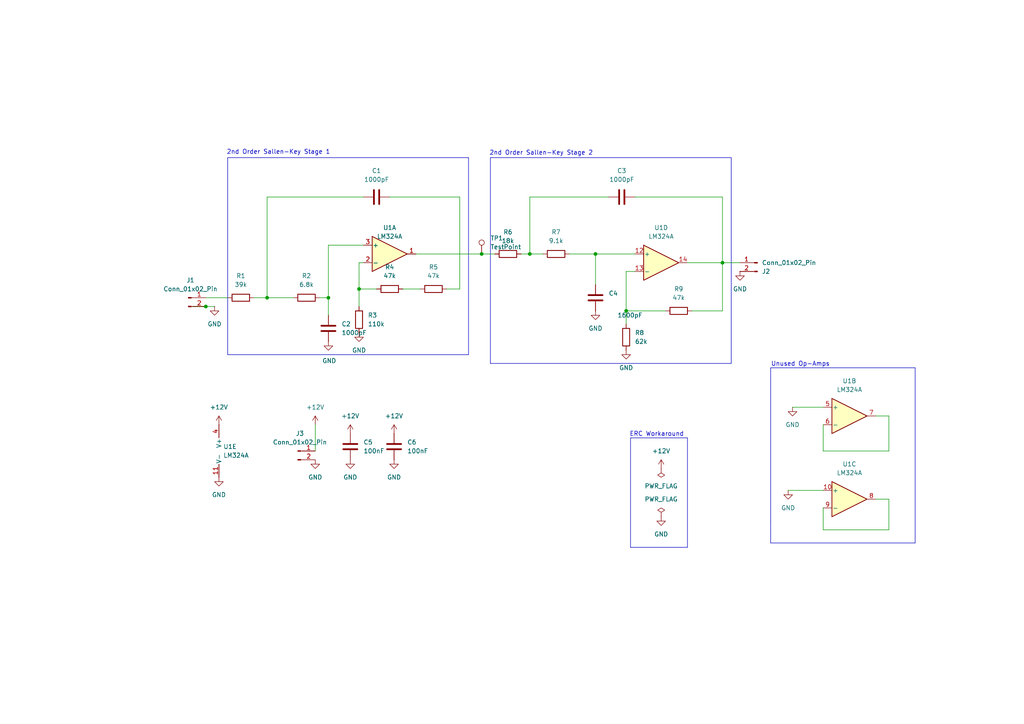
<source format=kicad_sch>
(kicad_sch (version 20231120) (generator "eeschema") (generator_version "8.0")
  (paper "A4")
  (title_block (title "4th Order Low Pass Active Filter"))
  (lib_symbols
    (symbol "Amplifier_Operational:LM324A" (pin_names (offset 0.127))
      (property "Reference" "U" (at 0 5.08 0))
      (property "Value" "LM324A" (at 0 -5.08 0))
      (symbol "LM324A_1_1"
        (polyline (pts (xy -5.08 5.08) (xy 5.08 0) (xy -5.08 -5.08) (xy -5.08 5.08)) (stroke (width 0.254)) (fill (type background)))
        (pin output line (at 7.62 0 180) (length 2.54) (name "~") (number "1"))
        (pin input line (at -7.62 -2.54 0) (length 2.54) (name "-") (number "2"))
        (pin input line (at -7.62 2.54 0) (length 2.54) (name "+") (number "3"))
      )
      (symbol "LM324A_2_1"
        (polyline (pts (xy -5.08 5.08) (xy 5.08 0) (xy -5.08 -5.08) (xy -5.08 5.08)) (stroke (width 0.254)) (fill (type background)))
        (pin input line (at -7.62 2.54 0) (length 2.54) (name "+") (number "5"))
        (pin input line (at -7.62 -2.54 0) (length 2.54) (name "-") (number "6"))
        (pin output line (at 7.62 0 180) (length 2.54) (name "~") (number "7"))
      )
      (symbol "LM324A_3_1"
        (polyline (pts (xy -5.08 5.08) (xy 5.08 0) (xy -5.08 -5.08) (xy -5.08 5.08)) (stroke (width 0.254)) (fill (type background)))
        (pin input line (at -7.62 2.54 0) (length 2.54) (name "+") (number "10"))
        (pin output line (at 7.62 0 180) (length 2.54) (name "~") (number "8"))
        (pin input line (at -7.62 -2.54 0) (length 2.54) (name "-") (number "9"))
      )
      (symbol "LM324A_4_1"
        (polyline (pts (xy -5.08 5.08) (xy 5.08 0) (xy -5.08 -5.08) (xy -5.08 5.08)) (stroke (width 0.254)) (fill (type background)))
        (pin input line (at -7.62 2.54 0) (length 2.54) (name "+") (number "12"))
        (pin input line (at -7.62 -2.54 0) (length 2.54) (name "-") (number "13"))
        (pin output line (at 7.62 0 180) (length 2.54) (name "~") (number "14"))
      )
      (symbol "LM324A_5_1"
        (pin power_in line (at -2.54 -7.62 90) (length 3.81) (name "V-") (number "11"))
        (pin power_in line (at -2.54 7.62 270) (length 3.81) (name "V+") (number "4"))
      )
    )
    (symbol "Connector:Conn_01x02_Pin" (pin_names (offset 1.016) hide)
      (property "Reference" "J" (at 0 2.54 0))
      (property "Value" "Conn_01x02_Pin" (at 0 -5.08 0))
      (symbol "Conn_01x02_Pin_1_1"
        (polyline (pts (xy 1.27 -2.54) (xy 0.8636 -2.54)) (stroke (width 0.1524)))
        (polyline (pts (xy 1.27 0) (xy 0.8636 0)) (stroke (width 0.1524)))
        (rectangle (start 0.8636 -2.413) (end 0 -2.667) (stroke (width 0.1524)) (fill (type outline)))
        (rectangle (start 0.8636 0.127) (end 0 -0.127) (stroke (width 0.1524)) (fill (type outline)))
        (pin passive line (at 5.08 0 180) (length 3.81) (name "Pin_1") (number "1"))
        (pin passive line (at 5.08 -2.54 180) (length 3.81) (name "Pin_2") (number "2"))
      )
    )
    (symbol "Connector:TestPoint" (pin_numbers hide) (pin_names (offset 0.762) hide)
      (property "Reference" "TP" (at 0 6.858 0))
      (property "Value" "TestPoint" (at 0 5.08 0))
      (symbol "TestPoint_0_1"
        (circle (center 0 3.302) (radius 0.762))
      )
      (symbol "TestPoint_1_1"
        (pin passive line (at 0 0 90) (length 2.54) (name "1") (number "1"))
      )
    )
    (symbol "Device:C" (pin_numbers hide) (pin_names (offset 0.254))
      (property "Reference" "C" (at 0.635 2.54 0))
      (property "Value" "C" (at 0.635 -2.54 0))
      (symbol "C_0_1"
        (polyline (pts (xy -2.032 -0.762) (xy 2.032 -0.762)) (stroke (width 0.508)))
        (polyline (pts (xy -2.032 0.762) (xy 2.032 0.762)) (stroke (width 0.508)))
      )
      (symbol "C_1_1"
        (pin passive line (at 0 3.81 270) (length 2.794) (name "~") (number "1"))
        (pin passive line (at 0 -3.81 90) (length 2.794) (name "~") (number "2"))
      )
    )
    (symbol "Device:R" (pin_numbers hide) (pin_names (offset 0))
      (property "Reference" "R" (at 2.032 0 90))
      (property "Value" "R" (at 0 0 90))
      (symbol "R_0_1"
        (rectangle (start -1.016 -2.54) (end 1.016 2.54) (stroke (width 0.254)))
      )
      (symbol "R_1_1"
        (pin passive line (at 0 3.81 270) (length 1.27) (name "~") (number "1"))
        (pin passive line (at 0 -3.81 90) (length 1.27) (name "~") (number "2"))
      )
    )
    (symbol "power:+12V" (power) (pin_numbers hide) (pin_names (offset 0) hide)
      (property "Value" "+12V" (at 0 3.556 0))
      (symbol "+12V_0_1"
        (polyline (pts (xy -0.762 1.27) (xy 0 2.54)))
        (polyline (pts (xy 0 0) (xy 0 2.54)))
        (polyline (pts (xy 0 2.54) (xy 0.762 1.27)))
      )
      (symbol "+12V_1_1"
        (pin power_in line (at 0 0 90) (length 0) (name "~") (number "1"))
      )
    )
    (symbol "power:GND" (power) (pin_numbers hide) (pin_names (offset 0) hide)
      (property "Value" "GND" (at 0 -3.81 0))
      (symbol "GND_0_1"
        (polyline (pts (xy 0 0) (xy 0 -1.27) (xy 1.27 -1.27) (xy 0 -2.54) (xy -1.27 -1.27) (xy 0 -1.27)))
      )
      (symbol "GND_1_1"
        (pin power_in line (at 0 0 270) (length 0) (name "~") (number "1"))
      )
    )
    (symbol "power:PWR_FLAG" (power) (pin_numbers hide) (pin_names (offset 0) hide)
      (property "Value" "PWR_FLAG" (at 0 3.81 0))
      (symbol "PWR_FLAG_0_0"
        (pin power_out line (at 0 0 90) (length 0) (name "~") (number "1"))
      )
      (symbol "PWR_FLAG_0_1"
        (polyline (pts (xy 0 0) (xy 0 1.27) (xy -1.016 1.905) (xy 0 2.54) (xy 1.016 1.905) (xy 0 1.27)))
      )
    )
  )
  (junction (at 139.7 73.66))
  (junction (at 153.67 73.66))
  (junction (at 95.25 86.36))
  (junction (at 59.69 88.9))
  (junction (at 209.55 76.2))
  (junction (at 104.14 83.82))
  (junction (at 172.72 73.66))
  (junction (at 77.47 86.36))
  (junction (at 181.61 90.17))
  (wire (pts (xy 153.67 57.15) (xy 153.67 73.66)))
  (wire (pts (xy 257.81 153.67) (xy 238.76 153.67)))
  (wire (pts (xy 199.39 76.2) (xy 209.55 76.2)))
  (wire (pts (xy 95.25 91.44) (xy 95.25 86.36)))
  (wire (pts (xy 120.65 73.66) (xy 139.7 73.66)))
  (polyline (pts (xy 199.39 158.75) (xy 199.39 127)))
  (polyline (pts (xy 135.89 45.72) (xy 135.89 102.87)))
  (wire (pts (xy 257.81 130.81) (xy 257.81 120.65)))
  (wire (pts (xy 254 144.78) (xy 257.81 144.78)))
  (wire (pts (xy 91.44 130.81) (xy 91.44 123.19)))
  (wire (pts (xy 200.66 90.17) (xy 209.55 90.17)))
  (wire (pts (xy 129.54 83.82) (xy 133.35 83.82)))
  (polyline (pts (xy 199.39 127) (xy 182.88 127)))
  (wire (pts (xy 172.72 73.66) (xy 184.15 73.66)))
  (wire (pts (xy 209.55 57.15) (xy 184.15 57.15)))
  (wire (pts (xy 105.41 76.2) (xy 104.14 76.2)))
  (wire (pts (xy 77.47 86.36) (xy 85.09 86.36)))
  (wire (pts (xy 139.7 73.66) (xy 143.51 73.66)))
  (wire (pts (xy 92.71 86.36) (xy 95.25 86.36)))
  (wire (pts (xy 193.04 90.17) (xy 181.61 90.17)))
  (wire (pts (xy 55.88 88.9) (xy 59.69 88.9)))
  (wire (pts (xy 59.69 86.36) (xy 66.04 86.36)))
  (wire (pts (xy 77.47 57.15) (xy 77.47 86.36)))
  (polyline (pts (xy 135.89 102.87) (xy 66.04 102.87)))
  (wire (pts (xy 214.63 76.2) (xy 209.55 76.2)))
  (wire (pts (xy 153.67 73.66) (xy 157.48 73.66)))
  (wire (pts (xy 257.81 144.78) (xy 257.81 153.67)))
  (polyline (pts (xy 66.04 96.52) (xy 66.04 45.72)))
  (wire (pts (xy 104.14 83.82) (xy 104.14 88.9)))
  (wire (pts (xy 172.72 82.55) (xy 172.72 73.66)))
  (wire (pts (xy 257.81 120.65) (xy 254 120.65)))
  (wire (pts (xy 176.53 57.15) (xy 153.67 57.15)))
  (wire (pts (xy 133.35 83.82) (xy 133.35 57.15)))
  (polyline (pts (xy 66.04 45.72) (xy 135.89 45.72)))
  (wire (pts (xy 95.25 71.12) (xy 95.25 86.36)))
  (wire (pts (xy 116.84 83.82) (xy 121.92 83.82)))
  (wire (pts (xy 181.61 93.98) (xy 181.61 90.17)))
  (wire (pts (xy 209.55 76.2) (xy 209.55 57.15)))
  (wire (pts (xy 59.69 88.9) (xy 62.23 88.9)))
  (wire (pts (xy 238.76 142.24) (xy 228.6 142.24)))
  (wire (pts (xy 73.66 86.36) (xy 77.47 86.36)))
  (wire (pts (xy 238.76 130.81) (xy 257.81 130.81)))
  (wire (pts (xy 105.41 71.12) (xy 95.25 71.12)))
  (wire (pts (xy 238.76 118.11) (xy 229.87 118.11)))
  (polyline (pts (xy 223.52 157.48) (xy 265.43 157.48)))
  (wire (pts (xy 133.35 57.15) (xy 113.03 57.15)))
  (wire (pts (xy 165.1 73.66) (xy 172.72 73.66)))
  (wire (pts (xy 238.76 123.19) (xy 238.76 130.81)))
  (polyline (pts (xy 182.88 158.75) (xy 199.39 158.75)))
  (wire (pts (xy 109.22 83.82) (xy 104.14 83.82)))
  (polyline (pts (xy 66.04 102.87) (xy 66.04 96.52)))
  (polyline (pts (xy 265.43 106.68) (xy 223.52 106.68)))
  (wire (pts (xy 209.55 90.17) (xy 209.55 76.2)))
  (wire (pts (xy 181.61 90.17) (xy 181.61 78.74)))
  (wire (pts (xy 151.13 73.66) (xy 153.67 73.66)))
  (polyline (pts (xy 182.88 127) (xy 182.88 158.75)))
  (wire (pts (xy 105.41 57.15) (xy 77.47 57.15)))
  (wire (pts (xy 181.61 78.74) (xy 184.15 78.74)))
  (wire (pts (xy 104.14 76.2) (xy 104.14 83.82)))
  (polyline (pts (xy 142.24 45.72) (xy 142.24 105.41)))
  (polyline (pts (xy 142.24 45.72) (xy 212.09 45.72)))
  (polyline (pts (xy 223.52 106.68) (xy 223.52 151.13)))
  (polyline (pts (xy 142.24 105.41) (xy 212.09 105.41)))
  (polyline (pts (xy 265.43 157.48) (xy 265.43 106.68)))
  (polyline (pts (xy 223.52 151.13) (xy 223.52 157.48)))
  (wire (pts (xy 238.76 153.67) (xy 238.76 147.32)))
  (polyline (pts (xy 212.09 105.41) (xy 212.09 45.72)))
  (text "ERC Workaround" (at 190.5 125.984 0) (effects (font (size 1.27 1.27))))
  (text "2nd Order Sallen-Key Stage 1" (at 80.772 44.196 0) (effects (font (size 1.27 1.27))))
  (text "Unused Op-Amps" (at 232.156 105.664 0) (effects (font (size 1.27 1.27))))
  (text "2nd Order Sallen-Key Stage 2" (at 156.972 44.45 0) (effects (font (size 1.27 1.27))))
  (symbol (lib_id "power:+12V") (at 101.6 125.73 0) (unit 1)
    (property "Reference" "#PWR012" (effects (hide yes)))
    (property "Value" "+12V" (at 101.6 120.65 0))
    (property "Description" "Power symbol creates a global label with name \"+12V\"" (effects (hide yes)))
  )
  (symbol (lib_id "Device:R") (at 69.85 86.36 270) (unit 1)
    (property "Reference" "R1" (at 69.85 80.01 90))
    (property "Value" "39k" (at 69.85 82.55 90))
    (property "Footprint" "Resistor_SMD:R_0603_1608Metric" (effects (hide yes)))
    (property "Description" "Resistor" (effects (hide yes)))
  )
  (symbol (lib_id "Device:C") (at 180.34 57.15 90) (unit 1)
    (property "Reference" "C3" (at 180.34 49.53 90))
    (property "Value" "1000pF" (at 180.34 52.07 90))
    (property "Footprint" "Capacitor_SMD:C_0603_1608Metric_Pad1.08x0.95mm_HandSolder" (effects (hide yes)))
    (property "Description" "Unpolarized capacitor" (effects (hide yes)))
  )
  (symbol (lib_id "Connector:TestPoint") (at 139.7 73.66 0) (unit 1)
    (property "Reference" "TP1" (at 142.24 69.0879 0) (effects (justify left)))
    (property "Value" "TestPoint" (at 142.24 71.6279 0) (effects (justify left)))
    (property "Footprint" "TestPoint:TestPoint_Pad_2.0x2.0mm" (effects (hide yes)))
    (property "Description" "test point" (effects (hide yes)))
  )
  (symbol (lib_id "power:GND") (at 104.14 96.52 0) (unit 1)
    (property "Reference" "#PWR014" (effects (hide yes)))
    (property "Value" "GND" (at 104.14 101.6 0))
    (property "Description" "Power symbol creates a global label with name \"GND\" , ground" (effects (hide yes)))
  )
  (symbol (lib_id "Connector:Conn_01x02_Pin") (at 219.71 76.2 0) (mirror y) (unit 1)
    (property "Reference" "J2" (at 220.98 78.7401 0) (effects (justify right)))
    (property "Value" "Conn_01x02_Pin" (at 220.98 76.2001 0) (effects (justify right)))
    (property "Footprint" "Connector_PinHeader_2.54mm:PinHeader_1x02_P2.54mm_Vertical" (effects (hide yes)))
    (property "Description" "Generic connector, single row, 01x02, script generated" (effects (hide yes)))
  )
  (symbol (lib_id "Device:R") (at 88.9 86.36 270) (unit 1)
    (property "Reference" "R2" (at 88.9 80.01 90))
    (property "Value" "6.8k" (at 88.9 82.55 90))
    (property "Footprint" "Resistor_SMD:R_0603_1608Metric" (effects (hide yes)))
    (property "Description" "Resistor" (effects (hide yes)))
  )
  (symbol (lib_id "Device:C") (at 109.22 57.15 90) (unit 1)
    (property "Reference" "C1" (at 109.22 49.53 90))
    (property "Value" "1000pF" (at 109.22 52.07 90))
    (property "Footprint" "Capacitor_SMD:C_0603_1608Metric_Pad1.08x0.95mm_HandSolder" (effects (hide yes)))
    (property "Description" "Unpolarized capacitor" (effects (hide yes)))
  )
  (symbol (lib_id "Device:C") (at 101.6 129.54 0) (unit 1)
    (property "Reference" "C5" (at 105.41 128.2699 0) (effects (justify left)))
    (property "Value" "100nF" (at 105.41 130.8099 0) (effects (justify left)))
    (property "Footprint" "Capacitor_SMD:C_1206_3216Metric" (effects (hide yes)))
    (property "Description" "Unpolarized capacitor" (effects (hide yes)))
  )
  (symbol (lib_id "Device:R") (at 161.29 73.66 90) (unit 1)
    (property "Reference" "R7" (at 161.29 67.31 90))
    (property "Value" "9.1k" (at 161.29 69.85 90))
    (property "Footprint" "Resistor_SMD:R_0603_1608Metric" (effects (hide yes)))
    (property "Description" "Resistor" (effects (hide yes)))
  )
  (symbol (lib_id "power:GND") (at 191.77 149.86 0) (unit 1)
    (property "Reference" "#PWR018" (effects (hide yes)))
    (property "Value" "GND" (at 191.77 154.94 0))
    (property "Description" "Power symbol creates a global label with name \"GND\" , ground" (effects (hide yes)))
  )
  (symbol (lib_id "Amplifier_Operational:LM324A") (at 246.38 120.65 0) (unit 2)
    (property "Reference" "U1" (at 246.38 110.49 0))
    (property "Value" "LM324A" (at 246.38 113.03 0))
    (property "Footprint" "Package_DIP:DIP-14_W7.62mm" (effects (hide yes)))
    (property "Datasheet" "http://www.ti.com/lit/ds/symlink/lm2902-n.pdf" (effects (hide yes)))
    (property "Description" "Low-Power, Quad-Operational Amplifiers, DIP-14/SOIC-14/SSOP-14" (effects (hide yes)))
  )
  (symbol (lib_id "power:GND") (at 214.63 78.74 0) (unit 1)
    (property "Reference" "#PWR04" (effects (hide yes)))
    (property "Value" "GND" (at 214.63 83.82 0))
    (property "Description" "Power symbol creates a global label with name \"GND\" , ground" (effects (hide yes)))
  )
  (symbol (lib_id "Device:R") (at 104.14 92.71 0) (unit 1)
    (property "Reference" "R3" (at 106.68 91.4399 0) (effects (justify left)))
    (property "Value" "110k" (at 106.68 93.9799 0) (effects (justify left)))
    (property "Footprint" "Resistor_SMD:R_0603_1608Metric" (effects (hide yes)))
    (property "Description" "Resistor" (effects (hide yes)))
  )
  (symbol (lib_id "power:PWR_FLAG") (at 191.77 149.86 0) (unit 1)
    (property "Reference" "#FLG01" (effects (hide yes)))
    (property "Value" "PWR_FLAG" (at 191.77 144.78 0))
    (property "Description" "Special symbol for telling ERC where power comes from" (effects (hide yes)))
  )
  (symbol (lib_id "power:GND") (at 91.44 133.35 0) (unit 1)
    (property "Reference" "#PWR08" (effects (hide yes)))
    (property "Value" "GND" (at 91.44 138.43 0))
    (property "Description" "Power symbol creates a global label with name \"GND\" , ground" (effects (hide yes)))
  )
  (symbol (lib_id "Amplifier_Operational:LM324A") (at 191.77 76.2 0) (unit 4)
    (property "Reference" "U1" (at 191.77 66.04 0))
    (property "Value" "LM324A" (at 191.77 68.58 0))
    (property "Footprint" "Package_DIP:DIP-14_W7.62mm" (effects (hide yes)))
    (property "Datasheet" "http://www.ti.com/lit/ds/symlink/lm2902-n.pdf" (effects (hide yes)))
    (property "Description" "Low-Power, Quad-Operational Amplifiers, DIP-14/SOIC-14/SSOP-14" (effects (hide yes)))
  )
  (symbol (lib_id "power:GND") (at 62.23 88.9 0) (unit 1)
    (property "Reference" "#PWR01" (effects (hide yes)))
    (property "Value" "GND" (at 62.23 93.98 0))
    (property "Description" "Power symbol creates a global label with name \"GND\" , ground" (effects (hide yes)))
  )
  (symbol (lib_id "Connector:Conn_01x02_Pin") (at 54.61 86.36 0) (unit 1)
    (property "Reference" "J1" (at 55.245 81.28 0))
    (property "Value" "Conn_01x02_Pin" (at 55.245 83.82 0))
    (property "Footprint" "Connector_PinHeader_2.54mm:PinHeader_1x02_P2.54mm_Vertical" (effects (hide yes)))
    (property "Description" "Generic connector, single row, 01x02, script generated" (effects (hide yes)))
  )
  (symbol (lib_id "power:+12V") (at 114.3 125.73 0) (unit 1)
    (property "Reference" "#PWR013" (effects (hide yes)))
    (property "Value" "+12V" (at 114.3 120.65 0))
    (property "Description" "Power symbol creates a global label with name \"+12V\"" (effects (hide yes)))
  )
  (symbol (lib_id "power:GND") (at 229.87 118.11 0) (unit 1)
    (property "Reference" "#PWR015" (effects (hide yes)))
    (property "Value" "GND" (at 229.87 123.19 0))
    (property "Description" "Power symbol creates a global label with name \"GND\" , ground" (effects (hide yes)))
  )
  (symbol (lib_id "Amplifier_Operational:LM324A") (at 66.04 130.81 0) (unit 5)
    (property "Reference" "U1" (at 64.77 129.5399 0) (effects (justify left)))
    (property "Value" "LM324A" (at 64.77 132.0799 0) (effects (justify left)))
    (property "Footprint" "Package_DIP:DIP-14_W7.62mm" (effects (hide yes)))
    (property "Datasheet" "http://www.ti.com/lit/ds/symlink/lm2902-n.pdf" (effects (hide yes)))
    (property "Description" "Low-Power, Quad-Operational Amplifiers, DIP-14/SOIC-14/SSOP-14" (effects (hide yes)))
  )
  (symbol (lib_id "Device:C") (at 95.25 95.25 0) (unit 1)
    (property "Reference" "C2" (at 99.06 93.9799 0) (effects (justify left)))
    (property "Value" "1000pF" (at 99.06 96.5199 0) (effects (justify left)))
    (property "Footprint" "Capacitor_SMD:C_0603_1608Metric_Pad1.08x0.95mm_HandSolder" (effects (hide yes)))
    (property "Description" "Unpolarized capacitor" (effects (hide yes)))
  )
  (symbol (lib_id "Device:C") (at 114.3 129.54 0) (unit 1)
    (property "Reference" "C6" (at 118.11 128.2699 0) (effects (justify left)))
    (property "Value" "100nF" (at 118.11 130.8099 0) (effects (justify left)))
    (property "Footprint" "Capacitor_SMD:C_1206_3216Metric" (effects (hide yes)))
    (property "Description" "Unpolarized capacitor" (effects (hide yes)))
  )
  (symbol (lib_id "power:+12V") (at 91.44 123.19 0) (unit 1)
    (property "Reference" "#PWR09" (effects (hide yes)))
    (property "Value" "+12V" (at 91.44 118.11 0))
    (property "Description" "Power symbol creates a global label with name \"+12V\"" (effects (hide yes)))
  )
  (symbol (lib_id "power:GND") (at 181.61 101.6 0) (unit 1)
    (property "Reference" "#PWR05" (effects (hide yes)))
    (property "Value" "GND" (at 181.61 106.68 0))
    (property "Description" "Power symbol creates a global label with name \"GND\" , ground" (effects (hide yes)))
  )
  (symbol (lib_id "Device:R") (at 125.73 83.82 90) (unit 1)
    (property "Reference" "R5" (at 125.73 77.47 90))
    (property "Value" "47k" (at 125.73 80.01 90))
    (property "Footprint" "Resistor_SMD:R_0603_1608Metric" (effects (hide yes)))
    (property "Description" "Resistor" (effects (hide yes)))
  )
  (symbol (lib_id "Connector:Conn_01x02_Pin") (at 86.36 130.81 0) (unit 1)
    (property "Reference" "J3" (at 86.995 125.73 0))
    (property "Value" "Conn_01x02_Pin" (at 86.995 128.27 0))
    (property "Footprint" "Connector_PinHeader_2.54mm:PinHeader_1x02_P2.54mm_Vertical" (effects (hide yes)))
    (property "Description" "Generic connector, single row, 01x02, script generated" (effects (hide yes)))
  )
  (symbol (lib_id "power:GND") (at 63.5 138.43 0) (unit 1)
    (property "Reference" "#PWR07" (effects (hide yes)))
    (property "Value" "GND" (at 63.5 143.51 0))
    (property "Description" "Power symbol creates a global label with name \"GND\" , ground" (effects (hide yes)))
  )
  (symbol (lib_id "power:GND") (at 114.3 133.35 0) (unit 1)
    (property "Reference" "#PWR011" (effects (hide yes)))
    (property "Value" "GND" (at 114.3 138.43 0))
    (property "Description" "Power symbol creates a global label with name \"GND\" , ground" (effects (hide yes)))
  )
  (symbol (lib_id "power:+12V") (at 191.77 135.89 0) (unit 1)
    (property "Reference" "#PWR017" (effects (hide yes)))
    (property "Value" "+12V" (at 191.77 130.81 0))
    (property "Description" "Power symbol creates a global label with name \"+12V\"" (effects (hide yes)))
  )
  (symbol (lib_id "power:GND") (at 228.6 142.24 0) (unit 1)
    (property "Reference" "#PWR016" (effects (hide yes)))
    (property "Value" "GND" (at 228.6 147.32 0))
    (property "Description" "Power symbol creates a global label with name \"GND\" , ground" (effects (hide yes)))
  )
  (symbol (lib_id "power:PWR_FLAG") (at 191.77 135.89 180) (unit 1)
    (property "Reference" "#FLG02" (effects (hide yes)))
    (property "Value" "PWR_FLAG" (at 191.77 140.97 0))
    (property "Description" "Special symbol for telling ERC where power comes from" (effects (hide yes)))
  )
  (symbol (lib_id "power:+12V") (at 63.5 123.19 0) (unit 1)
    (property "Reference" "#PWR06" (effects (hide yes)))
    (property "Value" "+12V" (at 63.5 118.11 0))
    (property "Description" "Power symbol creates a global label with name \"+12V\"" (effects (hide yes)))
  )
  (symbol (lib_id "Amplifier_Operational:LM324A") (at 246.38 144.78 0) (unit 3)
    (property "Reference" "U1" (at 246.38 134.62 0))
    (property "Value" "LM324A" (at 246.38 137.16 0))
    (property "Footprint" "Package_DIP:DIP-14_W7.62mm" (effects (hide yes)))
    (property "Datasheet" "http://www.ti.com/lit/ds/symlink/lm2902-n.pdf" (effects (hide yes)))
    (property "Description" "Low-Power, Quad-Operational Amplifiers, DIP-14/SOIC-14/SSOP-14" (effects (hide yes)))
  )
  (symbol (lib_id "power:GND") (at 101.6 133.35 0) (unit 1)
    (property "Reference" "#PWR010" (effects (hide yes)))
    (property "Value" "GND" (at 101.6 138.43 0))
    (property "Description" "Power symbol creates a global label with name \"GND\" , ground" (effects (hide yes)))
  )
  (symbol (lib_id "Device:R") (at 181.61 97.79 0) (unit 1)
    (property "Reference" "R8" (at 184.15 96.5199 0) (effects (justify left)))
    (property "Value" "62k" (at 184.15 99.0599 0) (effects (justify left)))
    (property "Footprint" "Resistor_SMD:R_0603_1608Metric" (effects (hide yes)))
    (property "Description" "Resistor" (effects (hide yes)))
  )
  (symbol (lib_id "Amplifier_Operational:LM324A") (at 113.03 73.66 0) (unit 1)
    (property "Reference" "U1" (at 113.03 66.04 0))
    (property "Value" "LM324A" (at 113.03 68.58 0))
    (property "Footprint" "Package_DIP:DIP-14_W7.62mm" (effects (hide yes)))
    (property "Datasheet" "http://www.ti.com/lit/ds/symlink/lm2902-n.pdf" (effects (hide yes)))
    (property "Description" "Low-Power, Quad-Operational Amplifiers, DIP-14/SOIC-14/SSOP-14" (effects (hide yes)))
  )
  (symbol (lib_id "power:GND") (at 95.25 99.06 0) (unit 1)
    (property "Reference" "#PWR02" (effects (hide yes)))
    (property "Value" "GND" (at 95.504 104.648 0))
    (property "Description" "Power symbol creates a global label with name \"GND\" , ground" (effects (hide yes)))
  )
  (symbol (lib_id "power:GND") (at 172.72 90.17 0) (unit 1)
    (property "Reference" "#PWR03" (effects (hide yes)))
    (property "Value" "GND" (at 172.72 95.25 0))
    (property "Description" "Power symbol creates a global label with name \"GND\" , ground" (effects (hide yes)))
  )
  (symbol (lib_id "Device:R") (at 113.03 83.82 270) (unit 1)
    (property "Reference" "R4" (at 113.03 77.47 90))
    (property "Value" "47k" (at 113.03 80.01 90))
    (property "Footprint" "Resistor_SMD:R_0603_1608Metric" (effects (hide yes)))
    (property "Description" "Resistor" (effects (hide yes)))
  )
  (symbol (lib_id "Device:R") (at 147.32 73.66 90) (unit 1)
    (property "Reference" "R6" (at 147.32 67.31 90))
    (property "Value" "18k" (at 147.32 69.85 90))
    (property "Footprint" "Resistor_SMD:R_0603_1608Metric" (effects (hide yes)))
    (property "Description" "Resistor" (effects (hide yes)))
  )
  (symbol (lib_id "Device:C") (at 172.72 86.36 180) (unit 1)
    (property "Reference" "C4" (at 176.53 85.0899 0) (effects (justify right)))
    (property "Value" "1600pF" (at 179.07 91.4399 0) (effects (justify right)))
    (property "Footprint" "Capacitor_SMD:C_0603_1608Metric_Pad1.08x0.95mm_HandSolder" (effects (hide yes)))
    (property "Description" "Unpolarized capacitor" (effects (hide yes)))
  )
  (symbol (lib_id "Device:R") (at 196.85 90.17 90) (unit 1)
    (property "Reference" "R9" (at 196.85 83.82 90))
    (property "Value" "47k" (at 196.85 86.36 90))
    (property "Footprint" "Resistor_SMD:R_0603_1608Metric" (effects (hide yes)))
    (property "Description" "Resistor" (effects (hide yes)))
  )
)
</source>
